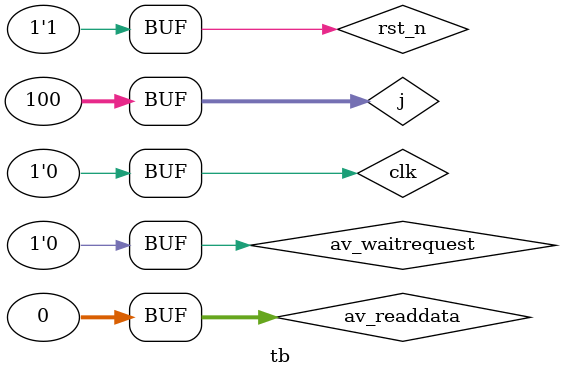
<source format=v>


`timescale 1 ps / 1 ps

//`include "alu.v"
//`include "aluSource.v"
//`include "controlUnit.v"
//`include "forwadingUnit.v"
//`include "hdu.v"
//`include "immGen.v"
//`include "regFile.v"
//`include "DRAM.v"
//`include "IRAM.v"
//`include "mux.v"
//`include "FPU.v"
//`include "FPU_Controller.v"


//module top(input CLOCK_50,input [1:1]KEY,input [0:0]SW,output [6:0]HEX0,output [6:0]HEX1,output [6:0]HEX2,output [6:0]HEX3);
//	wire[31:0]dataOut;
//	
//	riscv_core rv32i(
//	.clk(CLOCK_50),
//	.rst_n(KEY[1]),
//	.dataOut(dataOut)
//	);
//	
//	wire [15:0]sw_dataOut;
//	assign sw_dataOut = (SW)?dataOut[31:16]:dataOut[15:0]; // SW handles to show upper and lower 16 bits
//	sevSegDec s0(sw_dataOut[3:0],HEX0);
//	sevSegDec s1(sw_dataOut[7:4],HEX1);
//	sevSegDec s2(sw_dataOut[11:8],HEX2);
//	sevSegDec s3(sw_dataOut[15:12],HEX3);
//
//endmodule


module riscv_core (
	input clk,
	input rst_n,
	//for JTAG UART
	output [31:0]av_address,
	output av_read_n,
	input  [31:0]av_readdata,
	output av_write_n,
	output [31:0]av_writedata,
	input  av_waitrequest, //stall the pipeline	
	//for demo 
	output [31:0]dataOut
);
	
	wire clock;
	assign clock = clk;
	wire clear;
	assign clear = rst_n;
	wire [31:0]dataA,dataB,imemAddr,aluResult,MEM_aluResult;
	wire [31:0]dataD,dmemOut,pcIn;
	wire [4:0] Rs1,Rs2,Rd,MEM_Rd;
	wire [6:0] opcode;
	wire [19:0]signals,EX_signals,MEM_signals,WB_signals; 
	
		/////////////////////////////////////////CU signals/////////////////////////////////////////////////////////////////////////////////
		//0-1 immsel[1:0] ,
		//2 AluSrc ,
		//3 Mem to Reg ,
		//4 RegWrite ,
		//5 MemRead ,
		//6 MemWrite ,
		//7 Branch ,
		//8-10 AluOP,
		//11 immsel[2] ,
		//12 offset to Reg ,
		//13 I_jalr , 
		//14 unconditionaljump ,
		//15 float reg Write ,
		//16 regFile dataA Sel ,
		//17 regFile dataB Sel ,
		//18 aluResult sel  ,
		//19 fpuOp 
		/////////////////////////////////////////////////////////////////////////////////////////////////////////////////////////////////////
		
	wire [31:0]immGenOut;
	wire branchFromAlu;
	wire notStall,branchTaken,flush;
	wire [1:0]forwardA,forwardB,forwardC;
	wire [31:0]ID_imemAddr,ID_I,I,WB_dmemOut;
	wire [31:0]EX_imemAddr,EX_dataA,EX_dataB,EX_immGenOut;
	wire [3:0]EX_func3_7,MEM_func3_7;
	wire [4:0]EX_Rs1,EX_Rs2,EX_Rd;
	wire [31:0]MEM_branchAddr,MEM_dataB;
	wire MEM_branchFromAlu;
	wire [31:0]EX_branchAddr ;
	wire [31:0]WB_aluResult;
	wire [4:0]WB_Rd;
	wire [3:0]ID_func3_7 ;
	wire [4:0]ID_funct5;
	wire [31:0]next_imemAddr,ID_next_imemAddr,EX_next_imemAddr,MEM_next_imemAddr,WB_next_imemAddr;
	wire fpu_inprogress;
	wire [4:0]frs3,EX_frs3;
	
	assign ID_func3_7 = {ID_I[30],ID_I[14:12]};
	assign branchTaken = (MEM_branchFromAlu && MEM_signals[7]) || MEM_signals[14];
	assign next_imemAddr = imemAddr+1;
	
	assign ID_funct5=ID_I[31:27];
	
	assign frs3 = ID_I[31:27];
	
	wire HEX_display; // for HEX display
	
	/////////////////////////////////////////////// Register for Demo /////////////////////////////////////////////////////
	
	register regOut(
		.data(MEM_dataB),
		.enable(HEX_display),
		.clock(clock),
		.clear(clear),
		.out(dataOut)
	);

	assign HEX_display = (MEM_aluResult == 32'h108)?1:0; //Memory map to HEX display
	
	//////////////////////////////////////////////Jtag Uart /////////////////////////////////////////////////////////////////
	
	

	assign av_address = MEM_aluResult; 
	assign av_read_n = ~(MEM_signals[5] & HEX_display);
	//assign av_readdata =
	assign av_write_n = ~(MEM_signals[6] & HEX_display);
	//assign av_writedata = MEM_dataB;
	assign av_writedata = dataOut;

	//////////////////////////////////////////////////////////////////////////////////////////////////////////////////////////
	
	pcIn_MUX	pcIn_MUX(
	.pcIn_sel({MEM_signals[13],branchTaken}),
	.in({MEM_aluResult,MEM_branchAddr,next_imemAddr}),
	.out(pcIn)
	);

	register pc(
		.data(pcIn),
		.enable(notStall & ~fpu_inprogress & av_waitrequest  ),
		.clock(clock),
		.clear(clear),
		.out(imemAddr)
	);

	assign flush = clear&~branchTaken;

	IRAM#(32,8) imem(
		.DOUT(I),
		.ADDR(imemAddr[7:0]),
		.DIN(32'b0),
		.wren(1'b0),
		.clock(clock)
	);

	////////////////////////////////////////////////////////////////IF_ID /////////////////////////////////////////////////////////////////////////
	register#(.width(96)) IF_ID(
		.data({imemAddr,I,next_imemAddr}),
		.enable(notStall & ~fpu_inprogress & av_waitrequest ),
		.clock(clock),
		.clear(flush),
		.out({ID_imemAddr,ID_I,ID_next_imemAddr})
	);


	assign opcode = ID_I[6:0];
	assign Rd = ID_I[11:7];
	assign Rs1 = ID_I[19:15];
	assign Rs2 = ID_I[24:20];
	
	wire [31:0]EX_x_dataA,EX_x_dataB;

	regFile rf(
		.clock(clock),
		.regWriteEnable(WB_signals[4]),
		.addrA(Rs1),
		.addrB(Rs2),
		.addrD(WB_Rd),
		.dataD(dataD),
		.dataA(EX_x_dataA),
		.dataB(EX_x_dataB)
	);

	immGen immGen(
		.I(ID_I),
		.immSel({signals[11],signals[1:0]}),
		.imm(immGenOut) 
	);

	controlUnit CU(
		.opcode(opcode),
		.funct5(ID_funct5), //for F extension
		.signals(signals) 
	);
	
	/////////////////////////////////////////////////////Floating Point Register///////////////////////////////////////////////////////////
	
	wire [31:0]EX_f_dataA,EX_f_dataB;
	wire [31:0]EX_datafrs3;
	float_regFile float_rf(
		.clock(clock),
		.regWriteEnable(WB_signals[15]), //Float reg Write
		.addrA(Rs1),
		.addrB(Rs2),
		.addrfrs3(frs3),
		.addrD(WB_Rd),
		.dataD(dataD),
		.dataA(EX_f_dataA),
		.dataB(EX_f_dataB),
		.datafrs3(EX_datafrs3)
	);

	assign EX_dataA = (EX_signals[16])? EX_f_dataA : EX_x_dataA;
	assign EX_dataB = (EX_signals[17])? EX_f_dataB : EX_x_dataB;
	
	////////////////////////////////////////////////////////////ID_EX/////////////////////////////////////////////////////////////////////
	reg [19:0]stallSignals;
	always@(*)begin
		if(notStall) stallSignals=signals;
		else stallSignals=20'b0;
	end

	register#(.width(140)) ID_EX(
		.data({stallSignals,ID_imemAddr,immGenOut,ID_func3_7,Rs1,Rs2,frs3,Rd,ID_next_imemAddr}),
		.enable(~fpu_inprogress  & av_waitrequest   ),
		.clock(clock),
		.clear(flush),
		.out({EX_signals,EX_imemAddr,EX_immGenOut,EX_func3_7,EX_Rs1,EX_Rs2,EX_frs3,EX_Rd,EX_next_imemAddr})
	);

	wire [31:0]aluA,aluB,forwardB_dataB,fpuC;
	aluSource aluSource( 
		.EX_dataA(EX_dataA),
		.dataD(dataD),
		.MEM_aluResult(MEM_aluResult),
		.EX_dataB(EX_dataB),
		.EX_datafrs3(EX_datafrs3),
		.EX_immGenOut(EX_immGenOut),
		.forwardA(forwardA),
		.forwardB(forwardB),
		.forwardC(forwardC),
		.aluSourceSel(EX_signals[2]),
		.aluA(aluA),
		.aluB(aluB),
		.fpuC(fpuC),
		.forwardB_dataB(forwardB_dataB)
	);

	///////////////////////////////////////////////////////////// Alu ////////////////////////////////////////////////////////////////////////////////
	wire [31:0]temp_aluResult;
	alu alu(
		.dataA(aluA),
		.dataB(aluB),
		.func(EX_func3_7),
		.aluOp(EX_signals[10:8]),
		.aluResult(temp_aluResult),
		.branchFromAlu(branchFromAlu)
	);
	
	///////////////////////////////////////////////////////// FPU //////////////////////////////////////////////////////////////////////////////////////
	wire [31:0]temp_fpuResult;
	
	
	fpuController fpuController( 
		.clock(clock),
		.clear(clear),
		.fpuOp({EX_signals[19],EX_signals[10:8]}), //{fpuOp,aluOp}
		.fpu_sel(EX_signals[18]), // aluResult Sel -> 1 for fpuResult
		.fpu_inprogress(fpu_inprogress)
	);
	
	 FPU fpu(
		 .clock(clock),
		 .clear(clear),
		 .fpu_sel(EX_signals[18]), // aluResult Sel -> 1 for fpuResult
		 .dataA(aluA),
		 .dataB(aluB),
		 .datafrs3(fpuC),
		 .func3(EX_func3_7[2:0]),
		 .fpuOp({EX_signals[19],EX_signals[10:8]}), //{fpuOp,aluOp}
		 .EX_Rs2_0(EX_Rs2[0]),
		 .fpuResult(temp_fpuResult)
	 );
	 
	 assign aluResult = (EX_signals[18])? temp_fpuResult : temp_aluResult;

	//////////////////////////////////////////////////////////////EX_MEM///////////////////////////////////////////////////////////////////////////////////
	
	assign EX_branchAddr = ( $signed(EX_imemAddr)+($signed(EX_immGenOut) >>> 2)); // for word align instruction memory
	register#(.width(158)) EX_MEM(
		.data({EX_signals,EX_branchAddr,branchFromAlu,aluResult,forwardB_dataB,EX_Rd,EX_func3_7,EX_next_imemAddr}),
		.enable(~fpu_inprogress & av_waitrequest),
		.clock(clock),
		.clear(clear),
		.out({MEM_signals,MEM_branchAddr,MEM_branchFromAlu,MEM_aluResult,MEM_dataB,MEM_Rd,MEM_func3_7,MEM_next_imemAddr})
	);

	//////////////////////////////////////////////////////////// data Ram//////////////////////////////////////////////////////////////////////////////////
	wire [31:0]temp_dmemOut;
	wire [31:0] memOut_MUX_result;
	DRAM#(.width(32),.addrWidth(9)) dmem(
		.DOUT(temp_dmemOut),
		.ADDR(MEM_aluResult[8:0]),
		.DIN(MEM_dataB),
		.wren(MEM_signals[6]),
		.clock(clock),
		.func3(MEM_func3_7[2:0])
	);
	
	
	memOut_MUX memOut_MUX(
		.memOut_sel(MEM_func3_7[2:0]),
		.in(temp_dmemOut),
		.out(memOut_MUX_result)
	);
	
	//assign dmemOut = (HEX_display)?av_readdata:memOut_MUX_result; // to read data from jtag Uart
	assign dmemOut = memOut_MUX_result;
	////////////////////////////////////////////////////////////MEM_WB//////////////////////////////////////////////////////////////////////////////////////////
	wire [31:0]WB_branchAddr;
	register#(.width(153)) MEM_WB(
		.data({MEM_signals,MEM_aluResult,MEM_Rd,dmemOut,MEM_branchAddr,MEM_next_imemAddr}),
		.enable(~fpu_inprogress & av_waitrequest ),
		.clock(clock),
		.clear(clear),
		.out({WB_signals,WB_aluResult,WB_Rd,WB_dmemOut,WB_branchAddr,WB_next_imemAddr})
	);

	WB_MUX WB_MUX(
	.WB_sel({WB_signals[12],WB_signals[3]}),
	.in({WB_next_imemAddr,WB_branchAddr,WB_aluResult,WB_dmemOut}),
	.out(dataD)
	);

	//////////////////////////////////////////////////////////hazard Dectection Unit//////////////////////////////////////////////////////////////////////
	HDU HDU(
		.EX_MemRead(EX_signals[5]),
		.ID_Rs1(Rs1),
		.ID_Rs2(Rs2),
		.EX_Rd(EX_Rd),
		.notStall(notStall)
	);

	/////////////////////////////////////////////////////////////Forwarding Unit/////////////////////////////////////////////////////////////////////////
	forwardingUnit fu(
		.MEM_RegWrite(MEM_signals[4] ),
		.MEM_f_RegWrite(MEM_signals[15]),
		.WB_RegWrite(WB_signals[4]), 
		.WB_f_RegWrite(WB_signals[15]),
		.MEM_Rd(MEM_Rd),
		.EX_Rs1(EX_Rs1),
		.EX_Rs2(EX_Rs2),
		.EX_frs3(EX_frs3),
		.WB_Rd(WB_Rd),
		.temp_fix(EX_signals[6] | EX_signals[17]), //temperoray fix for fsw
		.ForwardA(forwardA),
		.ForwardB(forwardB),
		.ForwardC(forwardC)
	);

	
endmodule

////////////////////////////////////////////////////////////Seven Seg Decoder for DE1/////////////////////////////////////////////////////////////
module sevSegDec(input [3:0]bcd,output reg [6:0] seg);
always@(bcd) begin
	case (bcd) 
            4'h0 : seg = 7'b1000000;
            4'h1 : seg = 7'b1111001;
            4'h2 : seg = 7'b0100100;
            4'h3 : seg = 7'b0110000;
            4'h4 : seg = 7'b0011001;
            4'h5 : seg = 7'b0010010;
            4'h6 : seg = 7'b0000010;
            4'h7 : seg = 7'b1111000;
            4'h8 : seg = 7'b0000000;
				4'h9 : seg = 7'b0010000;
            4'hA : seg = 7'b0001000;
				4'hB : seg = 7'b0000011;
				4'hC : seg = 7'b1000110;
				4'hD : seg = 7'b0100001;
				4'hE : seg = 7'b0000110;
				4'hF : seg = 7'b0111000;
				default : seg = 7'b1111111; 
	endcase
end
endmodule


////////////////////////////////////////////////////////////////tb/////////////////////////////////////////////////////////////////////////////////
module tb;
	reg rst_n,clk;
	reg [31:0]av_readdata;
	reg av_waitrequest;
	wire [31:0]av_writedata,dataOut;
	wire av_address,av_read_n,av_write_n;
	
	//wire [31:0]dataOut;
	//riscv_core riscv0(clk,reset,dataOut);
	
	riscv_core riscv0 (
	clk,
	rst_n,
	//for JTAG UART
	av_address,
	av_read_n,
	av_readdata,
	av_write_n,
	av_writedata,
	av_waitrequest,
	dataOut
	);
	
	
	integer i,j;
	initial begin
		$dumpfile("test.vcd");
		$dumpvars(0, tb);


//		for(i = 0; i < 32; i = i + 1)begin
//			$dumpvars(0, riscv0.imem.MEM[i]);
//			$dumpvars(0, riscv0.dmem.MEM[i]);
//			$dumpvars(0, riscv0.rf.registers[i]);
//			$dumpvars(0, riscv0.float_rf.registers[i]);
//			end

		$monitor("%h",riscv0.dmem.MEM[264]);	
		//$monitor("%h",riscv0.float_rf.registers[15]);

		#0 rst_n = 1; clk = 0;av_waitrequest = 0;av_readdata = 31'b0;
		#1 rst_n = 0; #1 rst_n = 1 ;#1
		
		for(j = 0;j < 100;j = j + 1) begin
			#1 clk = ~clk; #1 clk = ~clk;
		end
	end
endmodule




</source>
